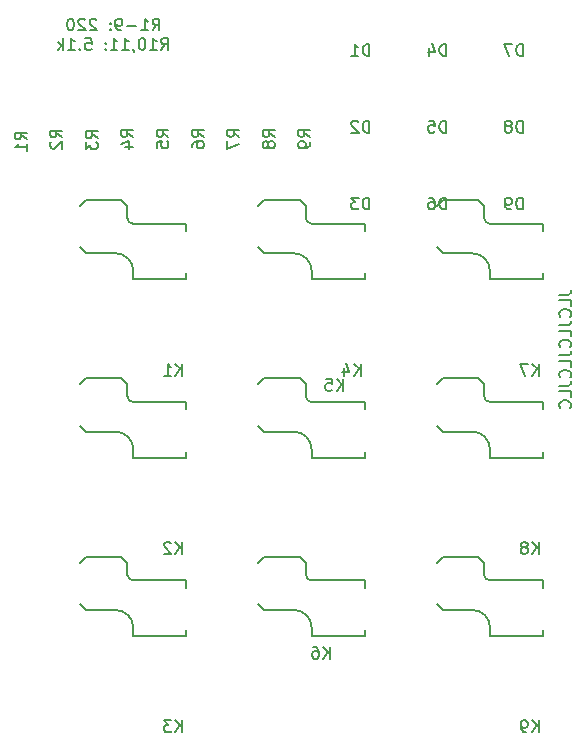
<source format=gbr>
G04 #@! TF.GenerationSoftware,KiCad,Pcbnew,(5.1.0)-1*
G04 #@! TF.CreationDate,2020-10-10T18:43:04-04:00*
G04 #@! TF.ProjectId,switch_tester,73776974-6368-45f7-9465-737465722e6b,rev?*
G04 #@! TF.SameCoordinates,Original*
G04 #@! TF.FileFunction,Legend,Bot*
G04 #@! TF.FilePolarity,Positive*
%FSLAX46Y46*%
G04 Gerber Fmt 4.6, Leading zero omitted, Abs format (unit mm)*
G04 Created by KiCad (PCBNEW (5.1.0)-1) date 2020-10-10 18:43:04*
%MOMM*%
%LPD*%
G04 APERTURE LIST*
%ADD10C,0.150000*%
G04 APERTURE END LIST*
D10*
X102252380Y-95520952D02*
X102966666Y-95520952D01*
X103109523Y-95473333D01*
X103204761Y-95378095D01*
X103252380Y-95235238D01*
X103252380Y-95140000D01*
X103252380Y-96473333D02*
X103252380Y-95997142D01*
X102252380Y-95997142D01*
X103157142Y-97378095D02*
X103204761Y-97330476D01*
X103252380Y-97187619D01*
X103252380Y-97092380D01*
X103204761Y-96949523D01*
X103109523Y-96854285D01*
X103014285Y-96806666D01*
X102823809Y-96759047D01*
X102680952Y-96759047D01*
X102490476Y-96806666D01*
X102395238Y-96854285D01*
X102300000Y-96949523D01*
X102252380Y-97092380D01*
X102252380Y-97187619D01*
X102300000Y-97330476D01*
X102347619Y-97378095D01*
X102252380Y-98092380D02*
X102966666Y-98092380D01*
X103109523Y-98044761D01*
X103204761Y-97949523D01*
X103252380Y-97806666D01*
X103252380Y-97711428D01*
X103252380Y-99044761D02*
X103252380Y-98568571D01*
X102252380Y-98568571D01*
X103157142Y-99949523D02*
X103204761Y-99901904D01*
X103252380Y-99759047D01*
X103252380Y-99663809D01*
X103204761Y-99520952D01*
X103109523Y-99425714D01*
X103014285Y-99378095D01*
X102823809Y-99330476D01*
X102680952Y-99330476D01*
X102490476Y-99378095D01*
X102395238Y-99425714D01*
X102300000Y-99520952D01*
X102252380Y-99663809D01*
X102252380Y-99759047D01*
X102300000Y-99901904D01*
X102347619Y-99949523D01*
X102252380Y-100663809D02*
X102966666Y-100663809D01*
X103109523Y-100616190D01*
X103204761Y-100520952D01*
X103252380Y-100378095D01*
X103252380Y-100282857D01*
X103252380Y-101616190D02*
X103252380Y-101140000D01*
X102252380Y-101140000D01*
X103157142Y-102520952D02*
X103204761Y-102473333D01*
X103252380Y-102330476D01*
X103252380Y-102235238D01*
X103204761Y-102092380D01*
X103109523Y-101997142D01*
X103014285Y-101949523D01*
X102823809Y-101901904D01*
X102680952Y-101901904D01*
X102490476Y-101949523D01*
X102395238Y-101997142D01*
X102300000Y-102092380D01*
X102252380Y-102235238D01*
X102252380Y-102330476D01*
X102300000Y-102473333D01*
X102347619Y-102520952D01*
X102252380Y-103235238D02*
X102966666Y-103235238D01*
X103109523Y-103187619D01*
X103204761Y-103092380D01*
X103252380Y-102949523D01*
X103252380Y-102854285D01*
X103252380Y-104187619D02*
X103252380Y-103711428D01*
X102252380Y-103711428D01*
X103157142Y-105092380D02*
X103204761Y-105044761D01*
X103252380Y-104901904D01*
X103252380Y-104806666D01*
X103204761Y-104663809D01*
X103109523Y-104568571D01*
X103014285Y-104520952D01*
X102823809Y-104473333D01*
X102680952Y-104473333D01*
X102490476Y-104520952D01*
X102395238Y-104568571D01*
X102300000Y-104663809D01*
X102252380Y-104806666D01*
X102252380Y-104901904D01*
X102300000Y-105044761D01*
X102347619Y-105092380D01*
X67809523Y-73147380D02*
X68142857Y-72671190D01*
X68380952Y-73147380D02*
X68380952Y-72147380D01*
X68000000Y-72147380D01*
X67904761Y-72195000D01*
X67857142Y-72242619D01*
X67809523Y-72337857D01*
X67809523Y-72480714D01*
X67857142Y-72575952D01*
X67904761Y-72623571D01*
X68000000Y-72671190D01*
X68380952Y-72671190D01*
X66857142Y-73147380D02*
X67428571Y-73147380D01*
X67142857Y-73147380D02*
X67142857Y-72147380D01*
X67238095Y-72290238D01*
X67333333Y-72385476D01*
X67428571Y-72433095D01*
X66428571Y-72766428D02*
X65666666Y-72766428D01*
X65142857Y-73147380D02*
X64952380Y-73147380D01*
X64857142Y-73099761D01*
X64809523Y-73052142D01*
X64714285Y-72909285D01*
X64666666Y-72718809D01*
X64666666Y-72337857D01*
X64714285Y-72242619D01*
X64761904Y-72195000D01*
X64857142Y-72147380D01*
X65047619Y-72147380D01*
X65142857Y-72195000D01*
X65190476Y-72242619D01*
X65238095Y-72337857D01*
X65238095Y-72575952D01*
X65190476Y-72671190D01*
X65142857Y-72718809D01*
X65047619Y-72766428D01*
X64857142Y-72766428D01*
X64761904Y-72718809D01*
X64714285Y-72671190D01*
X64666666Y-72575952D01*
X64238095Y-73052142D02*
X64190476Y-73099761D01*
X64238095Y-73147380D01*
X64285714Y-73099761D01*
X64238095Y-73052142D01*
X64238095Y-73147380D01*
X64238095Y-72528333D02*
X64190476Y-72575952D01*
X64238095Y-72623571D01*
X64285714Y-72575952D01*
X64238095Y-72528333D01*
X64238095Y-72623571D01*
X63047619Y-72242619D02*
X63000000Y-72195000D01*
X62904761Y-72147380D01*
X62666666Y-72147380D01*
X62571428Y-72195000D01*
X62523809Y-72242619D01*
X62476190Y-72337857D01*
X62476190Y-72433095D01*
X62523809Y-72575952D01*
X63095238Y-73147380D01*
X62476190Y-73147380D01*
X62095238Y-72242619D02*
X62047619Y-72195000D01*
X61952380Y-72147380D01*
X61714285Y-72147380D01*
X61619047Y-72195000D01*
X61571428Y-72242619D01*
X61523809Y-72337857D01*
X61523809Y-72433095D01*
X61571428Y-72575952D01*
X62142857Y-73147380D01*
X61523809Y-73147380D01*
X60904761Y-72147380D02*
X60809523Y-72147380D01*
X60714285Y-72195000D01*
X60666666Y-72242619D01*
X60619047Y-72337857D01*
X60571428Y-72528333D01*
X60571428Y-72766428D01*
X60619047Y-72956904D01*
X60666666Y-73052142D01*
X60714285Y-73099761D01*
X60809523Y-73147380D01*
X60904761Y-73147380D01*
X61000000Y-73099761D01*
X61047619Y-73052142D01*
X61095238Y-72956904D01*
X61142857Y-72766428D01*
X61142857Y-72528333D01*
X61095238Y-72337857D01*
X61047619Y-72242619D01*
X61000000Y-72195000D01*
X60904761Y-72147380D01*
X68547619Y-74797380D02*
X68880952Y-74321190D01*
X69119047Y-74797380D02*
X69119047Y-73797380D01*
X68738095Y-73797380D01*
X68642857Y-73845000D01*
X68595238Y-73892619D01*
X68547619Y-73987857D01*
X68547619Y-74130714D01*
X68595238Y-74225952D01*
X68642857Y-74273571D01*
X68738095Y-74321190D01*
X69119047Y-74321190D01*
X67595238Y-74797380D02*
X68166666Y-74797380D01*
X67880952Y-74797380D02*
X67880952Y-73797380D01*
X67976190Y-73940238D01*
X68071428Y-74035476D01*
X68166666Y-74083095D01*
X66976190Y-73797380D02*
X66880952Y-73797380D01*
X66785714Y-73845000D01*
X66738095Y-73892619D01*
X66690476Y-73987857D01*
X66642857Y-74178333D01*
X66642857Y-74416428D01*
X66690476Y-74606904D01*
X66738095Y-74702142D01*
X66785714Y-74749761D01*
X66880952Y-74797380D01*
X66976190Y-74797380D01*
X67071428Y-74749761D01*
X67119047Y-74702142D01*
X67166666Y-74606904D01*
X67214285Y-74416428D01*
X67214285Y-74178333D01*
X67166666Y-73987857D01*
X67119047Y-73892619D01*
X67071428Y-73845000D01*
X66976190Y-73797380D01*
X66166666Y-74749761D02*
X66166666Y-74797380D01*
X66214285Y-74892619D01*
X66261904Y-74940238D01*
X65214285Y-74797380D02*
X65785714Y-74797380D01*
X65500000Y-74797380D02*
X65500000Y-73797380D01*
X65595238Y-73940238D01*
X65690476Y-74035476D01*
X65785714Y-74083095D01*
X64261904Y-74797380D02*
X64833333Y-74797380D01*
X64547619Y-74797380D02*
X64547619Y-73797380D01*
X64642857Y-73940238D01*
X64738095Y-74035476D01*
X64833333Y-74083095D01*
X63833333Y-74702142D02*
X63785714Y-74749761D01*
X63833333Y-74797380D01*
X63880952Y-74749761D01*
X63833333Y-74702142D01*
X63833333Y-74797380D01*
X63833333Y-74178333D02*
X63785714Y-74225952D01*
X63833333Y-74273571D01*
X63880952Y-74225952D01*
X63833333Y-74178333D01*
X63833333Y-74273571D01*
X62119047Y-73797380D02*
X62595238Y-73797380D01*
X62642857Y-74273571D01*
X62595238Y-74225952D01*
X62500000Y-74178333D01*
X62261904Y-74178333D01*
X62166666Y-74225952D01*
X62119047Y-74273571D01*
X62071428Y-74368809D01*
X62071428Y-74606904D01*
X62119047Y-74702142D01*
X62166666Y-74749761D01*
X62261904Y-74797380D01*
X62500000Y-74797380D01*
X62595238Y-74749761D01*
X62642857Y-74702142D01*
X61642857Y-74702142D02*
X61595238Y-74749761D01*
X61642857Y-74797380D01*
X61690476Y-74749761D01*
X61642857Y-74702142D01*
X61642857Y-74797380D01*
X60642857Y-74797380D02*
X61214285Y-74797380D01*
X60928571Y-74797380D02*
X60928571Y-73797380D01*
X61023809Y-73940238D01*
X61119047Y-74035476D01*
X61214285Y-74083095D01*
X60214285Y-74797380D02*
X60214285Y-73797380D01*
X60119047Y-74416428D02*
X59833333Y-74797380D01*
X59833333Y-74130714D02*
X60214285Y-74511666D01*
X96380000Y-123712000D02*
X96380000Y-124412000D01*
X96380000Y-124412000D02*
X100880000Y-124412000D01*
X94880000Y-122212000D02*
G75*
G02X96380000Y-123712000I0J-1500000D01*
G01*
X95380000Y-117712000D02*
X95880000Y-118212000D01*
X95880000Y-119212000D02*
X95880000Y-118212000D01*
X100880000Y-119712000D02*
X96380000Y-119712000D01*
X91880000Y-121712000D02*
X92380000Y-122212000D01*
X100880000Y-120312000D02*
X100880000Y-119712000D01*
X92380000Y-122212000D02*
X94880000Y-122212000D01*
X91880000Y-118212000D02*
X92380000Y-117712000D01*
X92380000Y-117712000D02*
X95380000Y-117712000D01*
X96380000Y-119712000D02*
G75*
G02X95880000Y-119212000I0J500000D01*
G01*
X100880000Y-124412000D02*
X100880000Y-123912000D01*
X96380000Y-108612000D02*
X96380000Y-109312000D01*
X96380000Y-109312000D02*
X100880000Y-109312000D01*
X94880000Y-107112000D02*
G75*
G02X96380000Y-108612000I0J-1500000D01*
G01*
X95380000Y-102612000D02*
X95880000Y-103112000D01*
X95880000Y-104112000D02*
X95880000Y-103112000D01*
X100880000Y-104612000D02*
X96380000Y-104612000D01*
X91880000Y-106612000D02*
X92380000Y-107112000D01*
X100880000Y-105212000D02*
X100880000Y-104612000D01*
X92380000Y-107112000D02*
X94880000Y-107112000D01*
X91880000Y-103112000D02*
X92380000Y-102612000D01*
X92380000Y-102612000D02*
X95380000Y-102612000D01*
X96380000Y-104612000D02*
G75*
G02X95880000Y-104112000I0J500000D01*
G01*
X100880000Y-109312000D02*
X100880000Y-108812000D01*
X96380000Y-93512000D02*
X96380000Y-94212000D01*
X96380000Y-94212000D02*
X100880000Y-94212000D01*
X94880000Y-92012000D02*
G75*
G02X96380000Y-93512000I0J-1500000D01*
G01*
X95380000Y-87512000D02*
X95880000Y-88012000D01*
X95880000Y-89012000D02*
X95880000Y-88012000D01*
X100880000Y-89512000D02*
X96380000Y-89512000D01*
X91880000Y-91512000D02*
X92380000Y-92012000D01*
X100880000Y-90112000D02*
X100880000Y-89512000D01*
X92380000Y-92012000D02*
X94880000Y-92012000D01*
X91880000Y-88012000D02*
X92380000Y-87512000D01*
X92380000Y-87512000D02*
X95380000Y-87512000D01*
X96380000Y-89512000D02*
G75*
G02X95880000Y-89012000I0J500000D01*
G01*
X100880000Y-94212000D02*
X100880000Y-93712000D01*
X81280000Y-123712000D02*
X81280000Y-124412000D01*
X81280000Y-124412000D02*
X85780000Y-124412000D01*
X79780000Y-122212000D02*
G75*
G02X81280000Y-123712000I0J-1500000D01*
G01*
X80280000Y-117712000D02*
X80780000Y-118212000D01*
X80780000Y-119212000D02*
X80780000Y-118212000D01*
X85780000Y-119712000D02*
X81280000Y-119712000D01*
X76780000Y-121712000D02*
X77280000Y-122212000D01*
X85780000Y-120312000D02*
X85780000Y-119712000D01*
X77280000Y-122212000D02*
X79780000Y-122212000D01*
X76780000Y-118212000D02*
X77280000Y-117712000D01*
X77280000Y-117712000D02*
X80280000Y-117712000D01*
X81280000Y-119712000D02*
G75*
G02X80780000Y-119212000I0J500000D01*
G01*
X85780000Y-124412000D02*
X85780000Y-123912000D01*
X81280000Y-108612000D02*
X81280000Y-109312000D01*
X81280000Y-109312000D02*
X85780000Y-109312000D01*
X79780000Y-107112000D02*
G75*
G02X81280000Y-108612000I0J-1500000D01*
G01*
X80280000Y-102612000D02*
X80780000Y-103112000D01*
X80780000Y-104112000D02*
X80780000Y-103112000D01*
X85780000Y-104612000D02*
X81280000Y-104612000D01*
X76780000Y-106612000D02*
X77280000Y-107112000D01*
X85780000Y-105212000D02*
X85780000Y-104612000D01*
X77280000Y-107112000D02*
X79780000Y-107112000D01*
X76780000Y-103112000D02*
X77280000Y-102612000D01*
X77280000Y-102612000D02*
X80280000Y-102612000D01*
X81280000Y-104612000D02*
G75*
G02X80780000Y-104112000I0J500000D01*
G01*
X85780000Y-109312000D02*
X85780000Y-108812000D01*
X81280000Y-93512000D02*
X81280000Y-94212000D01*
X81280000Y-94212000D02*
X85780000Y-94212000D01*
X79780000Y-92012000D02*
G75*
G02X81280000Y-93512000I0J-1500000D01*
G01*
X80280000Y-87512000D02*
X80780000Y-88012000D01*
X80780000Y-89012000D02*
X80780000Y-88012000D01*
X85780000Y-89512000D02*
X81280000Y-89512000D01*
X76780000Y-91512000D02*
X77280000Y-92012000D01*
X85780000Y-90112000D02*
X85780000Y-89512000D01*
X77280000Y-92012000D02*
X79780000Y-92012000D01*
X76780000Y-88012000D02*
X77280000Y-87512000D01*
X77280000Y-87512000D02*
X80280000Y-87512000D01*
X81280000Y-89512000D02*
G75*
G02X80780000Y-89012000I0J500000D01*
G01*
X85780000Y-94212000D02*
X85780000Y-93712000D01*
X66180000Y-123712000D02*
X66180000Y-124412000D01*
X66180000Y-124412000D02*
X70680000Y-124412000D01*
X64680000Y-122212000D02*
G75*
G02X66180000Y-123712000I0J-1500000D01*
G01*
X65180000Y-117712000D02*
X65680000Y-118212000D01*
X65680000Y-119212000D02*
X65680000Y-118212000D01*
X70680000Y-119712000D02*
X66180000Y-119712000D01*
X61680000Y-121712000D02*
X62180000Y-122212000D01*
X70680000Y-120312000D02*
X70680000Y-119712000D01*
X62180000Y-122212000D02*
X64680000Y-122212000D01*
X61680000Y-118212000D02*
X62180000Y-117712000D01*
X62180000Y-117712000D02*
X65180000Y-117712000D01*
X66180000Y-119712000D02*
G75*
G02X65680000Y-119212000I0J500000D01*
G01*
X70680000Y-124412000D02*
X70680000Y-123912000D01*
X66180000Y-108612000D02*
X66180000Y-109312000D01*
X66180000Y-109312000D02*
X70680000Y-109312000D01*
X64680000Y-107112000D02*
G75*
G02X66180000Y-108612000I0J-1500000D01*
G01*
X65180000Y-102612000D02*
X65680000Y-103112000D01*
X65680000Y-104112000D02*
X65680000Y-103112000D01*
X70680000Y-104612000D02*
X66180000Y-104612000D01*
X61680000Y-106612000D02*
X62180000Y-107112000D01*
X70680000Y-105212000D02*
X70680000Y-104612000D01*
X62180000Y-107112000D02*
X64680000Y-107112000D01*
X61680000Y-103112000D02*
X62180000Y-102612000D01*
X62180000Y-102612000D02*
X65180000Y-102612000D01*
X66180000Y-104612000D02*
G75*
G02X65680000Y-104112000I0J500000D01*
G01*
X70680000Y-109312000D02*
X70680000Y-108812000D01*
X66180000Y-93512000D02*
X66180000Y-94212000D01*
X66180000Y-94212000D02*
X70680000Y-94212000D01*
X64680000Y-92012000D02*
G75*
G02X66180000Y-93512000I0J-1500000D01*
G01*
X65180000Y-87512000D02*
X65680000Y-88012000D01*
X65680000Y-89012000D02*
X65680000Y-88012000D01*
X70680000Y-89512000D02*
X66180000Y-89512000D01*
X61680000Y-91512000D02*
X62180000Y-92012000D01*
X70680000Y-90112000D02*
X70680000Y-89512000D01*
X62180000Y-92012000D02*
X64680000Y-92012000D01*
X61680000Y-88012000D02*
X62180000Y-87512000D01*
X62180000Y-87512000D02*
X65180000Y-87512000D01*
X66180000Y-89512000D02*
G75*
G02X65680000Y-89012000I0J500000D01*
G01*
X70680000Y-94212000D02*
X70680000Y-93712000D01*
X99168095Y-75292380D02*
X99168095Y-74292380D01*
X98930000Y-74292380D01*
X98787142Y-74340000D01*
X98691904Y-74435238D01*
X98644285Y-74530476D01*
X98596666Y-74720952D01*
X98596666Y-74863809D01*
X98644285Y-75054285D01*
X98691904Y-75149523D01*
X98787142Y-75244761D01*
X98930000Y-75292380D01*
X99168095Y-75292380D01*
X98263333Y-74292380D02*
X97596666Y-74292380D01*
X98025238Y-75292380D01*
X99168095Y-88292380D02*
X99168095Y-87292380D01*
X98930000Y-87292380D01*
X98787142Y-87340000D01*
X98691904Y-87435238D01*
X98644285Y-87530476D01*
X98596666Y-87720952D01*
X98596666Y-87863809D01*
X98644285Y-88054285D01*
X98691904Y-88149523D01*
X98787142Y-88244761D01*
X98930000Y-88292380D01*
X99168095Y-88292380D01*
X98120476Y-88292380D02*
X97930000Y-88292380D01*
X97834761Y-88244761D01*
X97787142Y-88197142D01*
X97691904Y-88054285D01*
X97644285Y-87863809D01*
X97644285Y-87482857D01*
X97691904Y-87387619D01*
X97739523Y-87340000D01*
X97834761Y-87292380D01*
X98025238Y-87292380D01*
X98120476Y-87340000D01*
X98168095Y-87387619D01*
X98215714Y-87482857D01*
X98215714Y-87720952D01*
X98168095Y-87816190D01*
X98120476Y-87863809D01*
X98025238Y-87911428D01*
X97834761Y-87911428D01*
X97739523Y-87863809D01*
X97691904Y-87816190D01*
X97644285Y-87720952D01*
X81152380Y-82153333D02*
X80676190Y-81820000D01*
X81152380Y-81581904D02*
X80152380Y-81581904D01*
X80152380Y-81962857D01*
X80200000Y-82058095D01*
X80247619Y-82105714D01*
X80342857Y-82153333D01*
X80485714Y-82153333D01*
X80580952Y-82105714D01*
X80628571Y-82058095D01*
X80676190Y-81962857D01*
X80676190Y-81581904D01*
X81152380Y-82629523D02*
X81152380Y-82820000D01*
X81104761Y-82915238D01*
X81057142Y-82962857D01*
X80914285Y-83058095D01*
X80723809Y-83105714D01*
X80342857Y-83105714D01*
X80247619Y-83058095D01*
X80200000Y-83010476D01*
X80152380Y-82915238D01*
X80152380Y-82724761D01*
X80200000Y-82629523D01*
X80247619Y-82581904D01*
X80342857Y-82534285D01*
X80580952Y-82534285D01*
X80676190Y-82581904D01*
X80723809Y-82629523D01*
X80771428Y-82724761D01*
X80771428Y-82915238D01*
X80723809Y-83010476D01*
X80676190Y-83058095D01*
X80580952Y-83105714D01*
X78152380Y-82153333D02*
X77676190Y-81820000D01*
X78152380Y-81581904D02*
X77152380Y-81581904D01*
X77152380Y-81962857D01*
X77200000Y-82058095D01*
X77247619Y-82105714D01*
X77342857Y-82153333D01*
X77485714Y-82153333D01*
X77580952Y-82105714D01*
X77628571Y-82058095D01*
X77676190Y-81962857D01*
X77676190Y-81581904D01*
X77580952Y-82724761D02*
X77533333Y-82629523D01*
X77485714Y-82581904D01*
X77390476Y-82534285D01*
X77342857Y-82534285D01*
X77247619Y-82581904D01*
X77200000Y-82629523D01*
X77152380Y-82724761D01*
X77152380Y-82915238D01*
X77200000Y-83010476D01*
X77247619Y-83058095D01*
X77342857Y-83105714D01*
X77390476Y-83105714D01*
X77485714Y-83058095D01*
X77533333Y-83010476D01*
X77580952Y-82915238D01*
X77580952Y-82724761D01*
X77628571Y-82629523D01*
X77676190Y-82581904D01*
X77771428Y-82534285D01*
X77961904Y-82534285D01*
X78057142Y-82581904D01*
X78104761Y-82629523D01*
X78152380Y-82724761D01*
X78152380Y-82915238D01*
X78104761Y-83010476D01*
X78057142Y-83058095D01*
X77961904Y-83105714D01*
X77771428Y-83105714D01*
X77676190Y-83058095D01*
X77628571Y-83010476D01*
X77580952Y-82915238D01*
X75152380Y-82153333D02*
X74676190Y-81820000D01*
X75152380Y-81581904D02*
X74152380Y-81581904D01*
X74152380Y-81962857D01*
X74200000Y-82058095D01*
X74247619Y-82105714D01*
X74342857Y-82153333D01*
X74485714Y-82153333D01*
X74580952Y-82105714D01*
X74628571Y-82058095D01*
X74676190Y-81962857D01*
X74676190Y-81581904D01*
X74152380Y-82486666D02*
X74152380Y-83153333D01*
X75152380Y-82724761D01*
X72152380Y-82153333D02*
X71676190Y-81820000D01*
X72152380Y-81581904D02*
X71152380Y-81581904D01*
X71152380Y-81962857D01*
X71200000Y-82058095D01*
X71247619Y-82105714D01*
X71342857Y-82153333D01*
X71485714Y-82153333D01*
X71580952Y-82105714D01*
X71628571Y-82058095D01*
X71676190Y-81962857D01*
X71676190Y-81581904D01*
X71152380Y-83010476D02*
X71152380Y-82820000D01*
X71200000Y-82724761D01*
X71247619Y-82677142D01*
X71390476Y-82581904D01*
X71580952Y-82534285D01*
X71961904Y-82534285D01*
X72057142Y-82581904D01*
X72104761Y-82629523D01*
X72152380Y-82724761D01*
X72152380Y-82915238D01*
X72104761Y-83010476D01*
X72057142Y-83058095D01*
X71961904Y-83105714D01*
X71723809Y-83105714D01*
X71628571Y-83058095D01*
X71580952Y-83010476D01*
X71533333Y-82915238D01*
X71533333Y-82724761D01*
X71580952Y-82629523D01*
X71628571Y-82581904D01*
X71723809Y-82534285D01*
X69152380Y-82153333D02*
X68676190Y-81820000D01*
X69152380Y-81581904D02*
X68152380Y-81581904D01*
X68152380Y-81962857D01*
X68200000Y-82058095D01*
X68247619Y-82105714D01*
X68342857Y-82153333D01*
X68485714Y-82153333D01*
X68580952Y-82105714D01*
X68628571Y-82058095D01*
X68676190Y-81962857D01*
X68676190Y-81581904D01*
X68152380Y-83058095D02*
X68152380Y-82581904D01*
X68628571Y-82534285D01*
X68580952Y-82581904D01*
X68533333Y-82677142D01*
X68533333Y-82915238D01*
X68580952Y-83010476D01*
X68628571Y-83058095D01*
X68723809Y-83105714D01*
X68961904Y-83105714D01*
X69057142Y-83058095D01*
X69104761Y-83010476D01*
X69152380Y-82915238D01*
X69152380Y-82677142D01*
X69104761Y-82581904D01*
X69057142Y-82534285D01*
X66152380Y-82153333D02*
X65676190Y-81820000D01*
X66152380Y-81581904D02*
X65152380Y-81581904D01*
X65152380Y-81962857D01*
X65200000Y-82058095D01*
X65247619Y-82105714D01*
X65342857Y-82153333D01*
X65485714Y-82153333D01*
X65580952Y-82105714D01*
X65628571Y-82058095D01*
X65676190Y-81962857D01*
X65676190Y-81581904D01*
X65485714Y-83010476D02*
X66152380Y-83010476D01*
X65104761Y-82772380D02*
X65819047Y-82534285D01*
X65819047Y-83153333D01*
X63152380Y-82263333D02*
X62676190Y-81930000D01*
X63152380Y-81691904D02*
X62152380Y-81691904D01*
X62152380Y-82072857D01*
X62200000Y-82168095D01*
X62247619Y-82215714D01*
X62342857Y-82263333D01*
X62485714Y-82263333D01*
X62580952Y-82215714D01*
X62628571Y-82168095D01*
X62676190Y-82072857D01*
X62676190Y-81691904D01*
X62152380Y-82596666D02*
X62152380Y-83215714D01*
X62533333Y-82882380D01*
X62533333Y-83025238D01*
X62580952Y-83120476D01*
X62628571Y-83168095D01*
X62723809Y-83215714D01*
X62961904Y-83215714D01*
X63057142Y-83168095D01*
X63104761Y-83120476D01*
X63152380Y-83025238D01*
X63152380Y-82739523D01*
X63104761Y-82644285D01*
X63057142Y-82596666D01*
X60152380Y-82193333D02*
X59676190Y-81860000D01*
X60152380Y-81621904D02*
X59152380Y-81621904D01*
X59152380Y-82002857D01*
X59200000Y-82098095D01*
X59247619Y-82145714D01*
X59342857Y-82193333D01*
X59485714Y-82193333D01*
X59580952Y-82145714D01*
X59628571Y-82098095D01*
X59676190Y-82002857D01*
X59676190Y-81621904D01*
X59247619Y-82574285D02*
X59200000Y-82621904D01*
X59152380Y-82717142D01*
X59152380Y-82955238D01*
X59200000Y-83050476D01*
X59247619Y-83098095D01*
X59342857Y-83145714D01*
X59438095Y-83145714D01*
X59580952Y-83098095D01*
X60152380Y-82526666D01*
X60152380Y-83145714D01*
X57152380Y-82373333D02*
X56676190Y-82040000D01*
X57152380Y-81801904D02*
X56152380Y-81801904D01*
X56152380Y-82182857D01*
X56200000Y-82278095D01*
X56247619Y-82325714D01*
X56342857Y-82373333D01*
X56485714Y-82373333D01*
X56580952Y-82325714D01*
X56628571Y-82278095D01*
X56676190Y-82182857D01*
X56676190Y-81801904D01*
X57152380Y-83325714D02*
X57152380Y-82754285D01*
X57152380Y-83040000D02*
X56152380Y-83040000D01*
X56295238Y-82944761D01*
X56390476Y-82849523D01*
X56438095Y-82754285D01*
X100518095Y-132564380D02*
X100518095Y-131564380D01*
X99946666Y-132564380D02*
X100375238Y-131992952D01*
X99946666Y-131564380D02*
X100518095Y-132135809D01*
X99470476Y-132564380D02*
X99280000Y-132564380D01*
X99184761Y-132516761D01*
X99137142Y-132469142D01*
X99041904Y-132326285D01*
X98994285Y-132135809D01*
X98994285Y-131754857D01*
X99041904Y-131659619D01*
X99089523Y-131612000D01*
X99184761Y-131564380D01*
X99375238Y-131564380D01*
X99470476Y-131612000D01*
X99518095Y-131659619D01*
X99565714Y-131754857D01*
X99565714Y-131992952D01*
X99518095Y-132088190D01*
X99470476Y-132135809D01*
X99375238Y-132183428D01*
X99184761Y-132183428D01*
X99089523Y-132135809D01*
X99041904Y-132088190D01*
X98994285Y-131992952D01*
X100518095Y-117464380D02*
X100518095Y-116464380D01*
X99946666Y-117464380D02*
X100375238Y-116892952D01*
X99946666Y-116464380D02*
X100518095Y-117035809D01*
X99375238Y-116892952D02*
X99470476Y-116845333D01*
X99518095Y-116797714D01*
X99565714Y-116702476D01*
X99565714Y-116654857D01*
X99518095Y-116559619D01*
X99470476Y-116512000D01*
X99375238Y-116464380D01*
X99184761Y-116464380D01*
X99089523Y-116512000D01*
X99041904Y-116559619D01*
X98994285Y-116654857D01*
X98994285Y-116702476D01*
X99041904Y-116797714D01*
X99089523Y-116845333D01*
X99184761Y-116892952D01*
X99375238Y-116892952D01*
X99470476Y-116940571D01*
X99518095Y-116988190D01*
X99565714Y-117083428D01*
X99565714Y-117273904D01*
X99518095Y-117369142D01*
X99470476Y-117416761D01*
X99375238Y-117464380D01*
X99184761Y-117464380D01*
X99089523Y-117416761D01*
X99041904Y-117369142D01*
X98994285Y-117273904D01*
X98994285Y-117083428D01*
X99041904Y-116988190D01*
X99089523Y-116940571D01*
X99184761Y-116892952D01*
X100518095Y-102364380D02*
X100518095Y-101364380D01*
X99946666Y-102364380D02*
X100375238Y-101792952D01*
X99946666Y-101364380D02*
X100518095Y-101935809D01*
X99613333Y-101364380D02*
X98946666Y-101364380D01*
X99375238Y-102364380D01*
X82838095Y-126332380D02*
X82838095Y-125332380D01*
X82266666Y-126332380D02*
X82695238Y-125760952D01*
X82266666Y-125332380D02*
X82838095Y-125903809D01*
X81409523Y-125332380D02*
X81600000Y-125332380D01*
X81695238Y-125380000D01*
X81742857Y-125427619D01*
X81838095Y-125570476D01*
X81885714Y-125760952D01*
X81885714Y-126141904D01*
X81838095Y-126237142D01*
X81790476Y-126284761D01*
X81695238Y-126332380D01*
X81504761Y-126332380D01*
X81409523Y-126284761D01*
X81361904Y-126237142D01*
X81314285Y-126141904D01*
X81314285Y-125903809D01*
X81361904Y-125808571D01*
X81409523Y-125760952D01*
X81504761Y-125713333D01*
X81695238Y-125713333D01*
X81790476Y-125760952D01*
X81838095Y-125808571D01*
X81885714Y-125903809D01*
X83963095Y-103644380D02*
X83963095Y-102644380D01*
X83391666Y-103644380D02*
X83820238Y-103072952D01*
X83391666Y-102644380D02*
X83963095Y-103215809D01*
X82486904Y-102644380D02*
X82963095Y-102644380D01*
X83010714Y-103120571D01*
X82963095Y-103072952D01*
X82867857Y-103025333D01*
X82629761Y-103025333D01*
X82534523Y-103072952D01*
X82486904Y-103120571D01*
X82439285Y-103215809D01*
X82439285Y-103453904D01*
X82486904Y-103549142D01*
X82534523Y-103596761D01*
X82629761Y-103644380D01*
X82867857Y-103644380D01*
X82963095Y-103596761D01*
X83010714Y-103549142D01*
X85418095Y-102364380D02*
X85418095Y-101364380D01*
X84846666Y-102364380D02*
X85275238Y-101792952D01*
X84846666Y-101364380D02*
X85418095Y-101935809D01*
X83989523Y-101697714D02*
X83989523Y-102364380D01*
X84227619Y-101316761D02*
X84465714Y-102031047D01*
X83846666Y-102031047D01*
X70318095Y-132564380D02*
X70318095Y-131564380D01*
X69746666Y-132564380D02*
X70175238Y-131992952D01*
X69746666Y-131564380D02*
X70318095Y-132135809D01*
X69413333Y-131564380D02*
X68794285Y-131564380D01*
X69127619Y-131945333D01*
X68984761Y-131945333D01*
X68889523Y-131992952D01*
X68841904Y-132040571D01*
X68794285Y-132135809D01*
X68794285Y-132373904D01*
X68841904Y-132469142D01*
X68889523Y-132516761D01*
X68984761Y-132564380D01*
X69270476Y-132564380D01*
X69365714Y-132516761D01*
X69413333Y-132469142D01*
X70318095Y-117464380D02*
X70318095Y-116464380D01*
X69746666Y-117464380D02*
X70175238Y-116892952D01*
X69746666Y-116464380D02*
X70318095Y-117035809D01*
X69365714Y-116559619D02*
X69318095Y-116512000D01*
X69222857Y-116464380D01*
X68984761Y-116464380D01*
X68889523Y-116512000D01*
X68841904Y-116559619D01*
X68794285Y-116654857D01*
X68794285Y-116750095D01*
X68841904Y-116892952D01*
X69413333Y-117464380D01*
X68794285Y-117464380D01*
X70318095Y-102364380D02*
X70318095Y-101364380D01*
X69746666Y-102364380D02*
X70175238Y-101792952D01*
X69746666Y-101364380D02*
X70318095Y-101935809D01*
X68794285Y-102364380D02*
X69365714Y-102364380D01*
X69080000Y-102364380D02*
X69080000Y-101364380D01*
X69175238Y-101507238D01*
X69270476Y-101602476D01*
X69365714Y-101650095D01*
X99168095Y-81792380D02*
X99168095Y-80792380D01*
X98930000Y-80792380D01*
X98787142Y-80840000D01*
X98691904Y-80935238D01*
X98644285Y-81030476D01*
X98596666Y-81220952D01*
X98596666Y-81363809D01*
X98644285Y-81554285D01*
X98691904Y-81649523D01*
X98787142Y-81744761D01*
X98930000Y-81792380D01*
X99168095Y-81792380D01*
X98025238Y-81220952D02*
X98120476Y-81173333D01*
X98168095Y-81125714D01*
X98215714Y-81030476D01*
X98215714Y-80982857D01*
X98168095Y-80887619D01*
X98120476Y-80840000D01*
X98025238Y-80792380D01*
X97834761Y-80792380D01*
X97739523Y-80840000D01*
X97691904Y-80887619D01*
X97644285Y-80982857D01*
X97644285Y-81030476D01*
X97691904Y-81125714D01*
X97739523Y-81173333D01*
X97834761Y-81220952D01*
X98025238Y-81220952D01*
X98120476Y-81268571D01*
X98168095Y-81316190D01*
X98215714Y-81411428D01*
X98215714Y-81601904D01*
X98168095Y-81697142D01*
X98120476Y-81744761D01*
X98025238Y-81792380D01*
X97834761Y-81792380D01*
X97739523Y-81744761D01*
X97691904Y-81697142D01*
X97644285Y-81601904D01*
X97644285Y-81411428D01*
X97691904Y-81316190D01*
X97739523Y-81268571D01*
X97834761Y-81220952D01*
X92668095Y-88292380D02*
X92668095Y-87292380D01*
X92430000Y-87292380D01*
X92287142Y-87340000D01*
X92191904Y-87435238D01*
X92144285Y-87530476D01*
X92096666Y-87720952D01*
X92096666Y-87863809D01*
X92144285Y-88054285D01*
X92191904Y-88149523D01*
X92287142Y-88244761D01*
X92430000Y-88292380D01*
X92668095Y-88292380D01*
X91239523Y-87292380D02*
X91430000Y-87292380D01*
X91525238Y-87340000D01*
X91572857Y-87387619D01*
X91668095Y-87530476D01*
X91715714Y-87720952D01*
X91715714Y-88101904D01*
X91668095Y-88197142D01*
X91620476Y-88244761D01*
X91525238Y-88292380D01*
X91334761Y-88292380D01*
X91239523Y-88244761D01*
X91191904Y-88197142D01*
X91144285Y-88101904D01*
X91144285Y-87863809D01*
X91191904Y-87768571D01*
X91239523Y-87720952D01*
X91334761Y-87673333D01*
X91525238Y-87673333D01*
X91620476Y-87720952D01*
X91668095Y-87768571D01*
X91715714Y-87863809D01*
X92668095Y-81792380D02*
X92668095Y-80792380D01*
X92430000Y-80792380D01*
X92287142Y-80840000D01*
X92191904Y-80935238D01*
X92144285Y-81030476D01*
X92096666Y-81220952D01*
X92096666Y-81363809D01*
X92144285Y-81554285D01*
X92191904Y-81649523D01*
X92287142Y-81744761D01*
X92430000Y-81792380D01*
X92668095Y-81792380D01*
X91191904Y-80792380D02*
X91668095Y-80792380D01*
X91715714Y-81268571D01*
X91668095Y-81220952D01*
X91572857Y-81173333D01*
X91334761Y-81173333D01*
X91239523Y-81220952D01*
X91191904Y-81268571D01*
X91144285Y-81363809D01*
X91144285Y-81601904D01*
X91191904Y-81697142D01*
X91239523Y-81744761D01*
X91334761Y-81792380D01*
X91572857Y-81792380D01*
X91668095Y-81744761D01*
X91715714Y-81697142D01*
X92668095Y-75292380D02*
X92668095Y-74292380D01*
X92430000Y-74292380D01*
X92287142Y-74340000D01*
X92191904Y-74435238D01*
X92144285Y-74530476D01*
X92096666Y-74720952D01*
X92096666Y-74863809D01*
X92144285Y-75054285D01*
X92191904Y-75149523D01*
X92287142Y-75244761D01*
X92430000Y-75292380D01*
X92668095Y-75292380D01*
X91239523Y-74625714D02*
X91239523Y-75292380D01*
X91477619Y-74244761D02*
X91715714Y-74959047D01*
X91096666Y-74959047D01*
X86168095Y-88292380D02*
X86168095Y-87292380D01*
X85930000Y-87292380D01*
X85787142Y-87340000D01*
X85691904Y-87435238D01*
X85644285Y-87530476D01*
X85596666Y-87720952D01*
X85596666Y-87863809D01*
X85644285Y-88054285D01*
X85691904Y-88149523D01*
X85787142Y-88244761D01*
X85930000Y-88292380D01*
X86168095Y-88292380D01*
X85263333Y-87292380D02*
X84644285Y-87292380D01*
X84977619Y-87673333D01*
X84834761Y-87673333D01*
X84739523Y-87720952D01*
X84691904Y-87768571D01*
X84644285Y-87863809D01*
X84644285Y-88101904D01*
X84691904Y-88197142D01*
X84739523Y-88244761D01*
X84834761Y-88292380D01*
X85120476Y-88292380D01*
X85215714Y-88244761D01*
X85263333Y-88197142D01*
X86168095Y-81792380D02*
X86168095Y-80792380D01*
X85930000Y-80792380D01*
X85787142Y-80840000D01*
X85691904Y-80935238D01*
X85644285Y-81030476D01*
X85596666Y-81220952D01*
X85596666Y-81363809D01*
X85644285Y-81554285D01*
X85691904Y-81649523D01*
X85787142Y-81744761D01*
X85930000Y-81792380D01*
X86168095Y-81792380D01*
X85215714Y-80887619D02*
X85168095Y-80840000D01*
X85072857Y-80792380D01*
X84834761Y-80792380D01*
X84739523Y-80840000D01*
X84691904Y-80887619D01*
X84644285Y-80982857D01*
X84644285Y-81078095D01*
X84691904Y-81220952D01*
X85263333Y-81792380D01*
X84644285Y-81792380D01*
X86168095Y-75292380D02*
X86168095Y-74292380D01*
X85930000Y-74292380D01*
X85787142Y-74340000D01*
X85691904Y-74435238D01*
X85644285Y-74530476D01*
X85596666Y-74720952D01*
X85596666Y-74863809D01*
X85644285Y-75054285D01*
X85691904Y-75149523D01*
X85787142Y-75244761D01*
X85930000Y-75292380D01*
X86168095Y-75292380D01*
X84644285Y-75292380D02*
X85215714Y-75292380D01*
X84930000Y-75292380D02*
X84930000Y-74292380D01*
X85025238Y-74435238D01*
X85120476Y-74530476D01*
X85215714Y-74578095D01*
M02*

</source>
